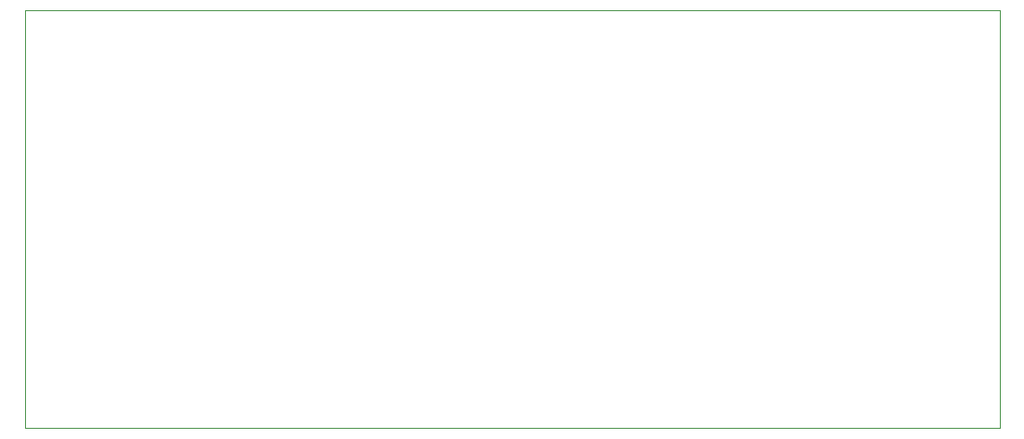
<source format=gbr>
G04 #@! TF.GenerationSoftware,KiCad,Pcbnew,5.1.5-52549c5~86~ubuntu18.04.1*
G04 #@! TF.CreationDate,2020-09-02T18:09:45-05:00*
G04 #@! TF.ProjectId,C00,4330302e-6b69-4636-9164-5f7063625858,rev?*
G04 #@! TF.SameCoordinates,Original*
G04 #@! TF.FileFunction,Profile,NP*
%FSLAX46Y46*%
G04 Gerber Fmt 4.6, Leading zero omitted, Abs format (unit mm)*
G04 Created by KiCad (PCBNEW 5.1.5-52549c5~86~ubuntu18.04.1) date 2020-09-02 18:09:45*
%MOMM*%
%LPD*%
G04 APERTURE LIST*
%ADD10C,0.050000*%
G04 APERTURE END LIST*
D10*
X20000000Y-58100000D02*
X108900000Y-58100000D01*
X108900000Y-20000000D02*
X108900000Y-58100000D01*
X20000000Y-20000000D02*
X108900000Y-20000000D01*
X20000000Y-20000000D02*
X20000000Y-58100000D01*
M02*

</source>
